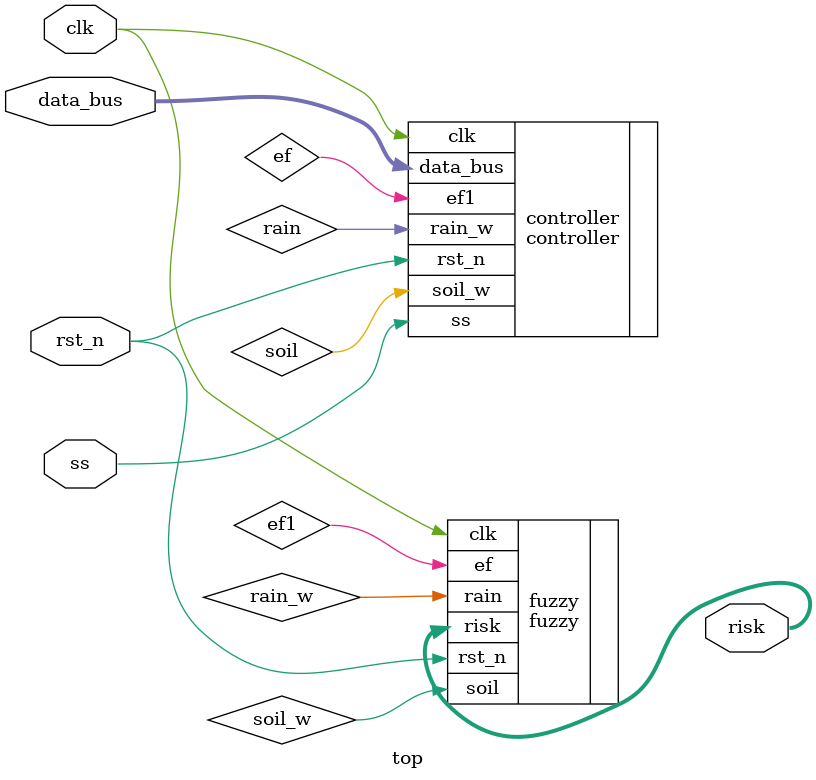
<source format=v>
`timescale 1ns / 1ps


module top(   
    input  clk,rst_n,ss,
    input wire [7:0] data_bus,     
    output wire [7:0] risk          // 8-bit output risk (0 to 255)
    );
    
 controller controller (
        .clk(clk),
        .rst_n(rst_n),
        .data_bus(data_bus),
        .ss(ss),
        .ef1(ef),
        .rain_w(rain),
        .soil_w(soil)
    );    

fuzzy fuzzy(
    .clk(clk),
    .rst_n(rst_n),
    .ef(ef1),
    .rain(rain_w),
    .soil(soil_w),
    .risk(risk)           // 8-bit output risk (0 to 255)
    );
endmodule

</source>
